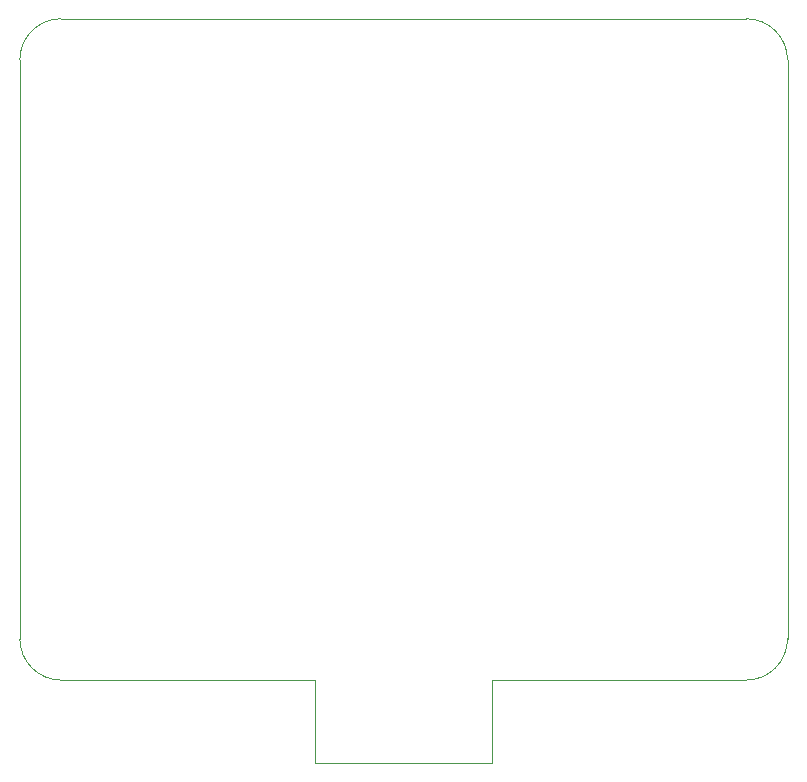
<source format=gm1>
G04 #@! TF.GenerationSoftware,KiCad,Pcbnew,(6.0.4)*
G04 #@! TF.CreationDate,2022-07-19T21:48:52-05:00*
G04 #@! TF.ProjectId,ras_pi_supercap_ups,7261735f-7069-45f7-9375-706572636170,rev?*
G04 #@! TF.SameCoordinates,Original*
G04 #@! TF.FileFunction,Profile,NP*
%FSLAX46Y46*%
G04 Gerber Fmt 4.6, Leading zero omitted, Abs format (unit mm)*
G04 Created by KiCad (PCBNEW (6.0.4)) date 2022-07-19 21:48:52*
%MOMM*%
%LPD*%
G01*
G04 APERTURE LIST*
G04 #@! TA.AperFunction,Profile*
%ADD10C,0.100000*%
G04 #@! TD*
G04 APERTURE END LIST*
D10*
X75000000Y-163000000D02*
X75000000Y-156000000D01*
X90000000Y-163000000D02*
X75000000Y-163000000D01*
X90000000Y-156000000D02*
X90000000Y-163000000D01*
X111500000Y-156000000D02*
X90000000Y-156000000D01*
X115000000Y-103500000D02*
X115000000Y-152500000D01*
X53500000Y-100000000D02*
X111500000Y-100000000D01*
X53500000Y-100000000D02*
G75*
G03*
X50000000Y-103500000I0J-3500000D01*
G01*
X75000000Y-156000000D02*
X53500000Y-156000000D01*
X111500000Y-156000000D02*
G75*
G03*
X115000000Y-152500000I0J3500000D01*
G01*
X115000000Y-103500000D02*
G75*
G03*
X111500000Y-100000000I-3500000J0D01*
G01*
X50000000Y-152500000D02*
G75*
G03*
X53500000Y-156000000I3500000J0D01*
G01*
X50000000Y-152500000D02*
X50000000Y-103500000D01*
M02*

</source>
